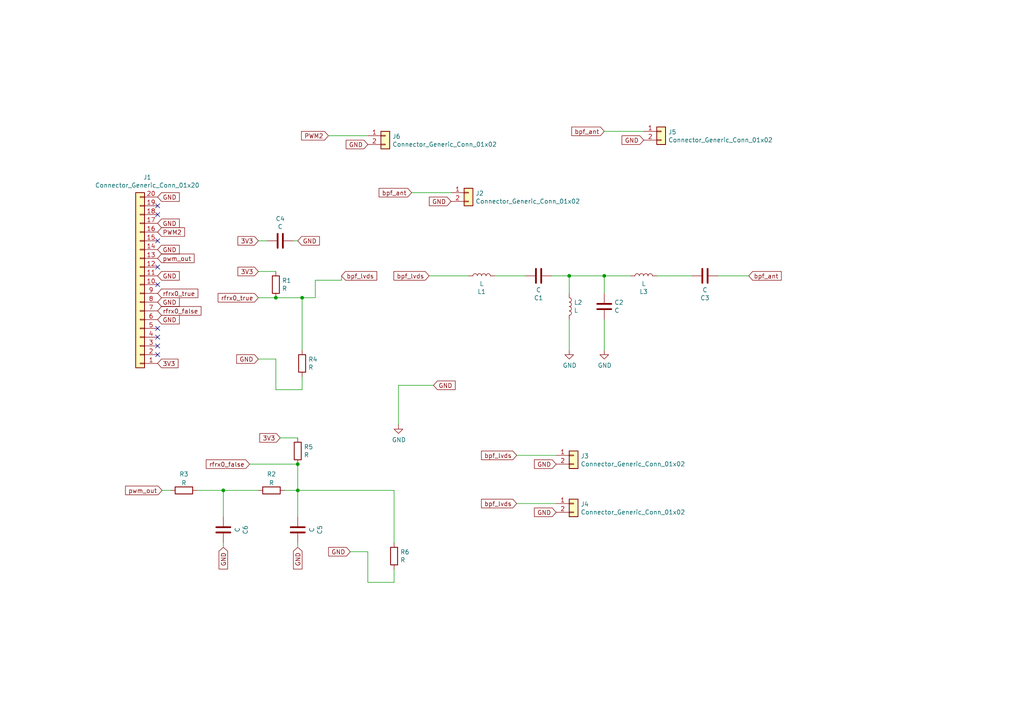
<source format=kicad_sch>
(kicad_sch (version 20211123) (generator eeschema)
  (paper "A4")
  (lib_symbols
    (symbol "Device:C" (pin_numbers hide) (pin_names (offset 0.254))
      (property "Reference" "C" (at 0.635 2.54 0))
      (property "Value" "C" (at 0.635 -2.54 0))
      (symbol "C_0_1"
        (polyline (pts (xy -2.032 -0.762) (xy 2.032 -0.762)) (stroke (width 0.508)))
        (polyline (pts (xy -2.032 0.762) (xy 2.032 0.762)) (stroke (width 0.508)))
      )
      (symbol "C_1_1"
        (pin passive line (at 0 3.81 270) (length 2.794) (name "~") (number "1"))
        (pin passive line (at 0 -3.81 90) (length 2.794) (name "~") (number "2"))
      )
    )
    (symbol "Device:L" (pin_numbers hide) (pin_names (offset 1.016) hide)
      (property "Reference" "L" (at -1.27 0 90))
      (property "Value" "L" (at 1.905 0 90))
      (symbol "L_0_1"
        (arc (start 0 -2.54) (mid 0.635 -1.905) (end 0 -1.27))
        (arc (start 0 -1.27) (mid 0.635 -0.635) (end 0 0))
        (arc (start 0 0) (mid 0.635 0.635) (end 0 1.27))
        (arc (start 0 1.27) (mid 0.635 1.905) (end 0 2.54))
      )
      (symbol "L_1_1"
        (pin passive line (at 0 3.81 270) (length 1.27) (name "1") (number "1"))
        (pin passive line (at 0 -3.81 90) (length 1.27) (name "2") (number "2"))
      )
    )
    (symbol "Device:R" (pin_numbers hide) (pin_names (offset 0))
      (property "Reference" "R" (at 2.032 0 90))
      (property "Value" "R" (at 0 0 90))
      (symbol "R_0_1"
        (rectangle (start -1.016 -2.54) (end 1.016 2.54) (stroke (width 0.254)))
      )
      (symbol "R_1_1"
        (pin passive line (at 0 3.81 270) (length 1.27) (name "~") (number "1"))
        (pin passive line (at 0 -3.81 90) (length 1.27) (name "~") (number "2"))
      )
    )
    (symbol "bgt:Connector_Generic_Conn_01x02" (pin_names (offset 1.016) hide)
      (property "Reference" "J" (at 0 2.54 0))
      (property "Value" "bgt_Connector_Generic_Conn_01x02" (at 0 -5.08 0))
      (symbol "Connector_Generic_Conn_01x02_1_1"
        (rectangle (start -1.27 -2.413) (end 0 -2.667) (stroke (width 0.1524)))
        (rectangle (start -1.27 0.127) (end 0 -0.127) (stroke (width 0.1524)))
        (rectangle (start -1.27 1.27) (end 1.27 -3.81) (stroke (width 0.254)) (fill (type background)))
        (pin passive line (at -5.08 0 0) (length 3.81) (name "Pin_1") (number "1"))
        (pin passive line (at -5.08 -2.54 0) (length 3.81) (name "Pin_2") (number "2"))
      )
    )
    (symbol "bgt:Connector_Generic_Conn_01x20" (pin_names (offset 1.016) hide)
      (property "Reference" "J" (at 0 25.4 0))
      (property "Value" "bgt_Connector_Generic_Conn_01x20" (at 0 -27.94 0))
      (symbol "Connector_Generic_Conn_01x20_1_1"
        (rectangle (start -1.27 -25.273) (end 0 -25.527) (stroke (width 0.1524)))
        (rectangle (start -1.27 -22.733) (end 0 -22.987) (stroke (width 0.1524)))
        (rectangle (start -1.27 -20.193) (end 0 -20.447) (stroke (width 0.1524)))
        (rectangle (start -1.27 -17.653) (end 0 -17.907) (stroke (width 0.1524)))
        (rectangle (start -1.27 -15.113) (end 0 -15.367) (stroke (width 0.1524)))
        (rectangle (start -1.27 -12.573) (end 0 -12.827) (stroke (width 0.1524)))
        (rectangle (start -1.27 -10.033) (end 0 -10.287) (stroke (width 0.1524)))
        (rectangle (start -1.27 -7.493) (end 0 -7.747) (stroke (width 0.1524)))
        (rectangle (start -1.27 -4.953) (end 0 -5.207) (stroke (width 0.1524)))
        (rectangle (start -1.27 -2.413) (end 0 -2.667) (stroke (width 0.1524)))
        (rectangle (start -1.27 0.127) (end 0 -0.127) (stroke (width 0.1524)))
        (rectangle (start -1.27 2.667) (end 0 2.413) (stroke (width 0.1524)))
        (rectangle (start -1.27 5.207) (end 0 4.953) (stroke (width 0.1524)))
        (rectangle (start -1.27 7.747) (end 0 7.493) (stroke (width 0.1524)))
        (rectangle (start -1.27 10.287) (end 0 10.033) (stroke (width 0.1524)))
        (rectangle (start -1.27 12.827) (end 0 12.573) (stroke (width 0.1524)))
        (rectangle (start -1.27 15.367) (end 0 15.113) (stroke (width 0.1524)))
        (rectangle (start -1.27 17.907) (end 0 17.653) (stroke (width 0.1524)))
        (rectangle (start -1.27 20.447) (end 0 20.193) (stroke (width 0.1524)))
        (rectangle (start -1.27 22.987) (end 0 22.733) (stroke (width 0.1524)))
        (rectangle (start -1.27 24.13) (end 1.27 -26.67) (stroke (width 0.254)) (fill (type background)))
        (pin passive line (at -5.08 22.86 0) (length 3.81) (name "Pin_1") (number "1"))
        (pin passive line (at -5.08 0 0) (length 3.81) (name "Pin_10") (number "10"))
        (pin passive line (at -5.08 -2.54 0) (length 3.81) (name "Pin_11") (number "11"))
        (pin passive line (at -5.08 -5.08 0) (length 3.81) (name "Pin_12") (number "12"))
        (pin passive line (at -5.08 -7.62 0) (length 3.81) (name "Pin_13") (number "13"))
        (pin passive line (at -5.08 -10.16 0) (length 3.81) (name "Pin_14") (number "14"))
        (pin passive line (at -5.08 -12.7 0) (length 3.81) (name "Pin_15") (number "15"))
        (pin passive line (at -5.08 -15.24 0) (length 3.81) (name "Pin_16") (number "16"))
        (pin passive line (at -5.08 -17.78 0) (length 3.81) (name "Pin_17") (number "17"))
        (pin passive line (at -5.08 -20.32 0) (length 3.81) (name "Pin_18") (number "18"))
        (pin passive line (at -5.08 -22.86 0) (length 3.81) (name "Pin_19") (number "19"))
        (pin passive line (at -5.08 20.32 0) (length 3.81) (name "Pin_2") (number "2"))
        (pin passive line (at -5.08 -25.4 0) (length 3.81) (name "Pin_20") (number "20"))
        (pin passive line (at -5.08 17.78 0) (length 3.81) (name "Pin_3") (number "3"))
        (pin passive line (at -5.08 15.24 0) (length 3.81) (name "Pin_4") (number "4"))
        (pin passive line (at -5.08 12.7 0) (length 3.81) (name "Pin_5") (number "5"))
        (pin passive line (at -5.08 10.16 0) (length 3.81) (name "Pin_6") (number "6"))
        (pin passive line (at -5.08 7.62 0) (length 3.81) (name "Pin_7") (number "7"))
        (pin passive line (at -5.08 5.08 0) (length 3.81) (name "Pin_8") (number "8"))
        (pin passive line (at -5.08 2.54 0) (length 3.81) (name "Pin_9") (number "9"))
      )
    )
    (symbol "power:GND" (power) (pin_names (offset 0))
      (property "Value" "GND" (at 0 -3.81 0))
      (symbol "GND_0_1"
        (polyline (pts (xy 0 0) (xy 0 -1.27) (xy 1.27 -1.27) (xy 0 -2.54) (xy -1.27 -1.27) (xy 0 -1.27)))
      )
      (symbol "GND_1_1"
        (pin power_in line (at 0 0 270) (length 0) hide (name "GND") (number "1"))
      )
    )
  )
  (junction (at 64.77 142.24))
  (junction (at 86.36 142.24))
  (junction (at 87.63 86.36))
  (junction (at 165.1 80.01))
  (junction (at 86.36 134.62))
  (junction (at 175.26 80.01))
  (junction (at 80.01 86.36))
  (no_connect (at 45.72 95.25))
  (no_connect (at 45.72 102.87))
  (no_connect (at 45.72 100.33))
  (no_connect (at 45.72 77.47))
  (no_connect (at 45.72 97.79))
  (no_connect (at 45.72 82.55))
  (no_connect (at 45.72 62.23))
  (no_connect (at 45.72 69.85))
  (no_connect (at 45.72 59.69))
  (wire (pts (xy 74.93 69.85) (xy 77.47 69.85)))
  (wire (pts (xy 165.1 85.09) (xy 165.1 80.01)))
  (wire (pts (xy 152.4 80.01) (xy 143.51 80.01)))
  (wire (pts (xy 74.93 86.36) (xy 80.01 86.36)))
  (wire (pts (xy 86.36 142.24) (xy 114.3 142.24)))
  (wire (pts (xy 87.63 86.36) (xy 87.63 101.6)))
  (wire (pts (xy 165.1 92.71) (xy 165.1 101.6)))
  (wire (pts (xy 175.26 38.1) (xy 186.69 38.1)))
  (wire (pts (xy 64.77 157.48) (xy 64.77 158.75)))
  (wire (pts (xy 85.09 69.85) (xy 86.36 69.85)))
  (wire (pts (xy 101.6 160.02) (xy 106.68 160.02)))
  (wire (pts (xy 82.55 142.24) (xy 86.36 142.24)))
  (wire (pts (xy 165.1 80.01) (xy 175.26 80.01)))
  (wire (pts (xy 149.86 132.08) (xy 161.29 132.08)))
  (wire (pts (xy 81.28 127) (xy 86.36 127)))
  (wire (pts (xy 46.99 142.24) (xy 49.53 142.24)))
  (wire (pts (xy 135.89 80.01) (xy 124.46 80.01)))
  (wire (pts (xy 72.39 134.62) (xy 86.36 134.62)))
  (wire (pts (xy 91.44 86.36) (xy 91.44 81.28)))
  (wire (pts (xy 64.77 142.24) (xy 74.93 142.24)))
  (wire (pts (xy 91.44 81.28) (xy 99.06 81.28)))
  (wire (pts (xy 80.01 86.36) (xy 87.63 86.36)))
  (wire (pts (xy 74.93 104.14) (xy 80.01 104.14)))
  (wire (pts (xy 74.93 78.74) (xy 80.01 78.74)))
  (wire (pts (xy 95.25 39.37) (xy 106.68 39.37)))
  (wire (pts (xy 80.01 113.03) (xy 87.63 113.03)))
  (wire (pts (xy 99.06 81.28) (xy 99.06 80.01)))
  (wire (pts (xy 106.68 168.91) (xy 114.3 168.91)))
  (wire (pts (xy 115.57 111.76) (xy 115.57 123.19)))
  (wire (pts (xy 86.36 157.48) (xy 86.36 158.75)))
  (wire (pts (xy 175.26 85.09) (xy 175.26 80.01)))
  (wire (pts (xy 64.77 142.24) (xy 64.77 149.86)))
  (wire (pts (xy 149.86 146.05) (xy 161.29 146.05)))
  (wire (pts (xy 182.88 80.01) (xy 175.26 80.01)))
  (wire (pts (xy 106.68 160.02) (xy 106.68 168.91)))
  (wire (pts (xy 114.3 142.24) (xy 114.3 157.48)))
  (wire (pts (xy 86.36 142.24) (xy 86.36 149.86)))
  (wire (pts (xy 217.17 80.01) (xy 208.28 80.01)))
  (wire (pts (xy 86.36 134.62) (xy 86.36 142.24)))
  (wire (pts (xy 115.57 111.76) (xy 125.73 111.76)))
  (wire (pts (xy 114.3 168.91) (xy 114.3 165.1)))
  (wire (pts (xy 175.26 101.6) (xy 175.26 92.71)))
  (wire (pts (xy 200.66 80.01) (xy 190.5 80.01)))
  (wire (pts (xy 87.63 113.03) (xy 87.63 109.22)))
  (wire (pts (xy 119.38 55.88) (xy 130.81 55.88)))
  (wire (pts (xy 80.01 104.14) (xy 80.01 113.03)))
  (wire (pts (xy 87.63 86.36) (xy 91.44 86.36)))
  (wire (pts (xy 57.15 142.24) (xy 64.77 142.24)))
  (wire (pts (xy 165.1 80.01) (xy 160.02 80.01)))
  (global_label "rfrx0_false" (shape input) (at 72.39 134.62 180) (property "Intersheet References" "${INTERSHEET_REFS}" (effects hide)))
  (global_label "pwm_out" (shape input) (at 45.72 74.93 0) (property "Intersheet References" "${INTERSHEET_REFS}" (effects hide)))
  (global_label "GND" (shape input) (at 101.6 160.02 180) (property "Intersheet References" "${INTERSHEET_REFS}" (effects hide)))
  (global_label "GND" (shape input) (at 45.72 64.77 0) (property "Intersheet References" "${INTERSHEET_REFS}" (effects hide)))
  (global_label "rfrx0_true" (shape input) (at 74.93 86.36 180) (property "Intersheet References" "${INTERSHEET_REFS}" (effects hide)))
  (global_label "GND" (shape input) (at 45.72 80.01 0) (property "Intersheet References" "${INTERSHEET_REFS}" (effects hide)))
  (global_label "GND" (shape input) (at 45.72 57.15 0) (property "Intersheet References" "${INTERSHEET_REFS}" (effects hide)))
  (global_label "GND" (shape input) (at 64.77 158.75 270) (property "Intersheet References" "${INTERSHEET_REFS}" (effects hide)))
  (global_label "bpf_ant" (shape input) (at 175.26 38.1 180) (property "Intersheet References" "${INTERSHEET_REFS}" (effects hide)))
  (global_label "bpf_lvds" (shape input) (at 149.86 146.05 180) (property "Intersheet References" "${INTERSHEET_REFS}" (effects hide)))
  (global_label "bpf_ant" (shape input) (at 217.17 80.01 0) (property "Intersheet References" "${INTERSHEET_REFS}" (effects hide)))
  (global_label "bpf_lvds" (shape input) (at 124.46 80.01 180) (property "Intersheet References" "${INTERSHEET_REFS}" (effects hide)))
  (global_label "bpf_lvds" (shape input) (at 99.06 80.01 0) (property "Intersheet References" "${INTERSHEET_REFS}" (effects hide)))
  (global_label "GND" (shape input) (at 106.68 41.91 180) (property "Intersheet References" "${INTERSHEET_REFS}" (effects hide)))
  (global_label "GND" (shape input) (at 45.72 72.39 0) (property "Intersheet References" "${INTERSHEET_REFS}" (effects hide)))
  (global_label "3V3" (shape input) (at 45.72 105.41 0) (property "Intersheet References" "${INTERSHEET_REFS}" (effects hide)))
  (global_label "GND" (shape input) (at 125.73 111.76 0) (property "Intersheet References" "${INTERSHEET_REFS}" (effects hide)))
  (global_label "3V3" (shape input) (at 74.93 69.85 180) (property "Intersheet References" "${INTERSHEET_REFS}" (effects hide)))
  (global_label "bpf_ant" (shape input) (at 119.38 55.88 180) (property "Intersheet References" "${INTERSHEET_REFS}" (effects hide)))
  (global_label "GND" (shape input) (at 130.81 58.42 180) (property "Intersheet References" "${INTERSHEET_REFS}" (effects hide)))
  (global_label "GND" (shape input) (at 161.29 148.59 180) (property "Intersheet References" "${INTERSHEET_REFS}" (effects hide)))
  (global_label "GND" (shape input) (at 86.36 158.75 270) (property "Intersheet References" "${INTERSHEET_REFS}" (effects hide)))
  (global_label "rfrx0_true" (shape input) (at 45.72 85.09 0) (property "Intersheet References" "${INTERSHEET_REFS}" (effects hide)))
  (global_label "GND" (shape input) (at 86.36 69.85 0) (property "Intersheet References" "${INTERSHEET_REFS}" (effects hide)))
  (global_label "3V3" (shape input) (at 74.93 78.74 180) (property "Intersheet References" "${INTERSHEET_REFS}" (effects hide)))
  (global_label "bpf_lvds" (shape input) (at 149.86 132.08 180) (property "Intersheet References" "${INTERSHEET_REFS}" (effects hide)))
  (global_label "PWM2" (shape input) (at 45.72 67.31 0) (property "Intersheet References" "${INTERSHEET_REFS}" (effects hide)))
  (global_label "rfrx0_false" (shape input) (at 45.72 90.17 0) (property "Intersheet References" "${INTERSHEET_REFS}" (effects hide)))
  (global_label "GND" (shape input) (at 161.29 134.62 180) (property "Intersheet References" "${INTERSHEET_REFS}" (effects hide)))
  (global_label "pwm_out" (shape input) (at 46.99 142.24 180) (property "Intersheet References" "${INTERSHEET_REFS}" (effects hide)))
  (global_label "GND" (shape input) (at 74.93 104.14 180) (property "Intersheet References" "${INTERSHEET_REFS}" (effects hide)))
  (global_label "GND" (shape input) (at 45.72 87.63 0) (property "Intersheet References" "${INTERSHEET_REFS}" (effects hide)))
  (global_label "GND" (shape input) (at 186.69 40.64 180) (property "Intersheet References" "${INTERSHEET_REFS}" (effects hide)))
  (global_label "3V3" (shape input) (at 81.28 127 180) (property "Intersheet References" "${INTERSHEET_REFS}" (effects hide)))
  (global_label "GND" (shape input) (at 45.72 92.71 0) (property "Intersheet References" "${INTERSHEET_REFS}" (effects hide)))
  (global_label "PWM2" (shape input) (at 95.25 39.37 180) (property "Intersheet References" "${INTERSHEET_REFS}" (effects hide)))
  (symbol (lib_id "bgt:Connector_Generic_Conn_01x20") (at 40.64 82.55 180) (unit 1)
    (property "Reference" "J1" (at 42.7228 51.435 0))
    (property "Value" "Connector_Generic_Conn_01x20" (at 42.7228 53.7464 0))
    (property "Footprint" "Connector_PinHeader_2.54mm:PinHeader_1x20_P2.54mm_Vertical" (effects hide))
  )
  (symbol (lib_id "bgt:Connector_Generic_Conn_01x02") (at 135.89 55.88 0) (unit 1)
    (property "Reference" "J2" (at 137.922 56.0832 0) (effects (justify left)))
    (property "Value" "Connector_Generic_Conn_01x02" (at 137.922 58.3946 0) (effects (justify left)))
    (property "Footprint" "Connector_PinHeader_2.54mm:PinHeader_1x02_P2.54mm_Vertical" (effects hide))
  )
  (symbol (lib_id "Device:C") (at 156.21 80.01 90) (unit 1)
    (property "Reference" "C1" (at 156.21 86.4108 90))
    (property "Value" "C" (at 156.21 84.0994 90))
    (property "Footprint" "Capacitor_THT:C_Axial_L3.8mm_D2.6mm_P7.50mm_Horizontal" (effects hide))
  )
  (symbol (lib_id "Device:L") (at 139.7 80.01 90) (unit 1)
    (property "Reference" "L1" (at 139.7 84.6074 90))
    (property "Value" "L" (at 139.7 82.296 90))
    (property "Footprint" "Inductor_THT:L_Toroid_Horizontal_D12.7mm_P20.00mm_Diameter14-5mm_Amidon-T50" (effects hide))
  )
  (symbol (lib_id "Device:L") (at 165.1 88.9 0) (unit 1)
    (property "Reference" "L2" (at 166.4462 87.7316 0) (effects (justify left)))
    (property "Value" "L" (at 166.4462 90.043 0) (effects (justify left)))
    (property "Footprint" "Inductor_THT:L_Toroid_Horizontal_D12.7mm_P20.00mm_Diameter14-5mm_Amidon-T50" (effects hide))
  )
  (symbol (lib_id "Device:C") (at 175.26 88.9 0) (unit 1)
    (property "Reference" "C2" (at 178.181 87.7316 0) (effects (justify left)))
    (property "Value" "C" (at 178.181 90.043 0) (effects (justify left)))
    (property "Footprint" "Capacitor_THT:C_Axial_L3.8mm_D2.6mm_P7.50mm_Horizontal" (effects hide))
  )
  (symbol (lib_id "Device:C") (at 204.47 80.01 90) (unit 1)
    (property "Reference" "C3" (at 204.47 86.4108 90))
    (property "Value" "C" (at 204.47 84.0994 90))
    (property "Footprint" "Capacitor_THT:C_Axial_L3.8mm_D2.6mm_P7.50mm_Horizontal" (effects hide))
  )
  (symbol (lib_id "Device:L") (at 186.69 80.01 90) (unit 1)
    (property "Reference" "L3" (at 186.69 84.6074 90))
    (property "Value" "L" (at 186.69 82.296 90))
    (property "Footprint" "Inductor_THT:L_Toroid_Horizontal_D12.7mm_P20.00mm_Diameter14-5mm_Amidon-T50" (effects hide))
  )
  (symbol (lib_id "power:GND") (at 165.1 101.6 0) (unit 1)
    (property "Reference" "#PWR01" (effects hide))
    (property "Value" "GND" (at 165.227 105.9942 0))
  )
  (symbol (lib_id "power:GND") (at 175.26 101.6 0) (unit 1)
    (property "Reference" "#PWR02" (effects hide))
    (property "Value" "GND" (at 175.387 105.9942 0))
  )
  (symbol (lib_id "Device:R") (at 80.01 82.55 0) (unit 1)
    (property "Reference" "R1" (at 81.788 81.3816 0) (effects (justify left)))
    (property "Value" "R" (at 81.788 83.693 0) (effects (justify left)))
    (property "Footprint" "Resistor_THT:R_Axial_DIN0207_L6.3mm_D2.5mm_P5.08mm_Vertical" (effects hide))
  )
  (symbol (lib_id "Device:R") (at 87.63 105.41 0) (unit 1)
    (property "Reference" "R4" (at 89.408 104.2416 0) (effects (justify left)))
    (property "Value" "R" (at 89.408 106.553 0) (effects (justify left)))
    (property "Footprint" "Resistor_THT:R_Axial_DIN0207_L6.3mm_D2.5mm_P5.08mm_Vertical" (effects hide))
  )
  (symbol (lib_id "power:GND") (at 115.57 123.19 0) (unit 1)
    (property "Reference" "#PWR0101" (effects hide))
    (property "Value" "GND" (at 115.697 127.5842 0))
  )
  (symbol (lib_id "Device:C") (at 81.28 69.85 270) (unit 1)
    (property "Reference" "C4" (at 81.28 63.4492 90))
    (property "Value" "C" (at 81.28 65.7606 90))
    (property "Footprint" "Capacitor_THT:C_Axial_L3.8mm_D2.6mm_P7.50mm_Horizontal" (effects hide))
  )
  (symbol (lib_id "bgt:Connector_Generic_Conn_01x02") (at 166.37 132.08 0) (unit 1)
    (property "Reference" "J3" (at 168.402 132.2832 0) (effects (justify left)))
    (property "Value" "Connector_Generic_Conn_01x02" (at 168.402 134.5946 0) (effects (justify left)))
    (property "Footprint" "Connector_PinHeader_2.54mm:PinHeader_1x02_P2.54mm_Vertical" (effects hide))
  )
  (symbol (lib_id "Device:C") (at 86.36 153.67 180) (unit 1)
    (property "Reference" "C5" (at 92.7608 153.67 90))
    (property "Value" "C" (at 90.4494 153.67 90))
    (property "Footprint" "Capacitor_THT:C_Axial_L3.8mm_D2.6mm_P7.50mm_Horizontal" (effects hide))
  )
  (symbol (lib_id "Device:R") (at 78.74 142.24 90) (unit 1)
    (property "Reference" "R2" (at 78.74 137.5242 90))
    (property "Value" "R" (at 78.74 140.0611 90))
    (property "Footprint" "Resistor_THT:R_Axial_DIN0207_L6.3mm_D2.5mm_P5.08mm_Vertical" (effects hide))
  )
  (symbol (lib_id "bgt:Connector_Generic_Conn_01x02") (at 191.77 38.1 0) (unit 1)
    (property "Reference" "J5" (at 193.802 38.3032 0) (effects (justify left)))
    (property "Value" "Connector_Generic_Conn_01x02" (at 193.802 40.6146 0) (effects (justify left)))
    (property "Footprint" "Connector_PinHeader_2.54mm:PinHeader_1x02_P2.54mm_Vertical" (effects hide))
  )
  (symbol (lib_id "bgt:Connector_Generic_Conn_01x02") (at 111.76 39.37 0) (unit 1)
    (property "Reference" "J6" (at 113.792 39.5732 0) (effects (justify left)))
    (property "Value" "Connector_Generic_Conn_01x02" (at 113.792 41.8846 0) (effects (justify left)))
    (property "Footprint" "Connector_PinHeader_2.54mm:PinHeader_1x02_P2.54mm_Vertical" (effects hide))
  )
  (symbol (lib_id "bgt:Connector_Generic_Conn_01x02") (at 166.37 146.05 0) (unit 1)
    (property "Reference" "J4" (at 168.402 146.2532 0) (effects (justify left)))
    (property "Value" "Connector_Generic_Conn_01x02" (at 168.402 148.5646 0) (effects (justify left)))
    (property "Footprint" "Connector_PinHeader_2.54mm:PinHeader_1x02_P2.54mm_Vertical" (effects hide))
  )
  (symbol (lib_id "Device:R") (at 53.34 142.24 90) (unit 1)
    (property "Reference" "R3" (at 53.34 137.5242 90))
    (property "Value" "R" (at 53.34 140.0611 90))
    (property "Footprint" "Resistor_THT:R_Axial_DIN0207_L6.3mm_D2.5mm_P5.08mm_Vertical" (effects hide))
  )
  (symbol (lib_id "Device:R") (at 114.3 161.29 0) (unit 1)
    (property "Reference" "R6" (at 116.078 160.1216 0) (effects (justify left)))
    (property "Value" "R" (at 116.078 162.433 0) (effects (justify left)))
    (property "Footprint" "Resistor_THT:R_Axial_DIN0207_L6.3mm_D2.5mm_P5.08mm_Vertical" (effects hide))
  )
  (symbol (lib_id "Device:R") (at 86.36 130.81 0) (unit 1)
    (property "Reference" "R5" (at 88.138 129.6416 0) (effects (justify left)))
    (property "Value" "R" (at 88.138 131.953 0) (effects (justify left)))
    (property "Footprint" "Resistor_THT:R_Axial_DIN0207_L6.3mm_D2.5mm_P5.08mm_Vertical" (effects hide))
  )
  (symbol (lib_id "Device:C") (at 64.77 153.67 180) (unit 1)
    (property "Reference" "C6" (at 71.1708 153.67 90))
    (property "Value" "C" (at 68.8594 153.67 90))
    (property "Footprint" "Capacitor_THT:C_Axial_L3.8mm_D2.6mm_P7.50mm_Horizontal" (effects hide))
  )
)
</source>
